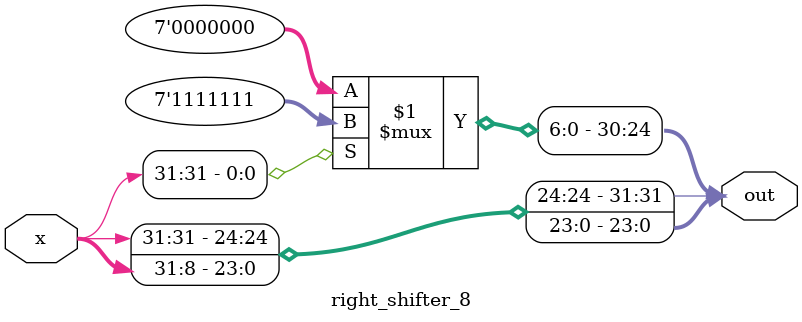
<source format=v>
module right_shifter_8(x, out);
    input [31:0] x;
    output [31:0] out;

    assign out[23:0] = x[31:8];
    assign out[30:24] = x[31] ? 7'b1111111 : 7'b0;
    assign out[31] = x[31];
    
endmodule
</source>
